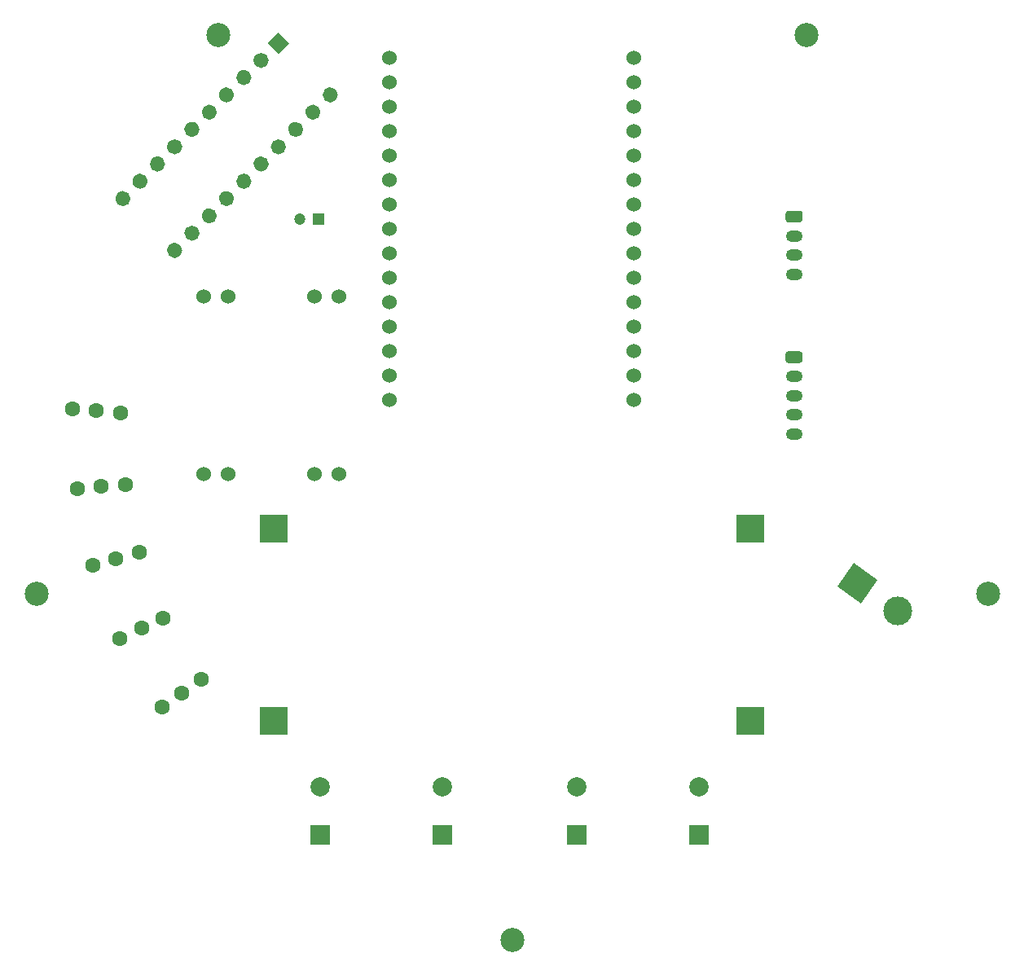
<source format=gbs>
%TF.GenerationSoftware,KiCad,Pcbnew,5.1.12*%
%TF.CreationDate,2021-12-20T13:43:48-07:00*%
%TF.ProjectId,claw,636c6177-2e6b-4696-9361-645f70636258,rev?*%
%TF.SameCoordinates,Original*%
%TF.FileFunction,Soldermask,Bot*%
%TF.FilePolarity,Negative*%
%FSLAX46Y46*%
G04 Gerber Fmt 4.6, Leading zero omitted, Abs format (unit mm)*
G04 Created by KiCad (PCBNEW 5.1.12) date 2021-12-20 13:43:48*
%MOMM*%
%LPD*%
G01*
G04 APERTURE LIST*
%ADD10C,2.500000*%
%ADD11C,0.100000*%
%ADD12C,1.524000*%
%ADD13C,1.600000*%
%ADD14R,3.000000X3.000000*%
%ADD15R,2.000000X2.000000*%
%ADD16C,2.000000*%
%ADD17C,3.000000*%
%ADD18R,1.200000X1.200000*%
%ADD19C,1.200000*%
%ADD20O,1.750000X1.200000*%
G04 APERTURE END LIST*
D10*
%TO.C,REF\u002A\u002A*%
X50545061Y-116068884D03*
%TD*%
%TO.C,REF\u002A\u002A*%
X69435167Y-57931116D03*
%TD*%
%TO.C,REF\u002A\u002A*%
X130564833Y-57931116D03*
%TD*%
%TO.C,REF\u002A\u002A*%
X149454939Y-116068884D03*
%TD*%
%TO.C,REF\u002A\u002A*%
X100000000Y-152000000D03*
%TD*%
D11*
%TO.C,U3*%
G36*
X74560629Y-58801000D02*
G01*
X75692000Y-57669629D01*
X76823371Y-58801000D01*
X75692000Y-59932371D01*
X74560629Y-58801000D01*
G37*
G36*
G01*
X64350008Y-79787930D02*
X64350008Y-79787930D01*
G75*
G02*
X65481378Y-79787930I565685J-565685D01*
G01*
X65481378Y-79787930D01*
G75*
G02*
X65481378Y-80919300I-565685J-565685D01*
G01*
X65481378Y-80919300D01*
G75*
G02*
X64350008Y-80919300I-565685J565685D01*
G01*
X64350008Y-80919300D01*
G75*
G02*
X64350008Y-79787930I565685J565685D01*
G01*
G37*
G36*
G01*
X73330264Y-60031366D02*
X73330264Y-60031366D01*
G75*
G02*
X74461634Y-60031366I565685J-565685D01*
G01*
X74461634Y-60031366D01*
G75*
G02*
X74461634Y-61162736I-565685J-565685D01*
G01*
X74461634Y-61162736D01*
G75*
G02*
X73330264Y-61162736I-565685J565685D01*
G01*
X73330264Y-61162736D01*
G75*
G02*
X73330264Y-60031366I565685J565685D01*
G01*
G37*
G36*
G01*
X66146059Y-77991878D02*
X66146059Y-77991878D01*
G75*
G02*
X67277429Y-77991878I565685J-565685D01*
G01*
X67277429Y-77991878D01*
G75*
G02*
X67277429Y-79123248I-565685J-565685D01*
G01*
X67277429Y-79123248D01*
G75*
G02*
X66146059Y-79123248I-565685J565685D01*
G01*
X66146059Y-79123248D01*
G75*
G02*
X66146059Y-77991878I565685J565685D01*
G01*
G37*
G36*
G01*
X71534213Y-61827417D02*
X71534213Y-61827417D01*
G75*
G02*
X72665583Y-61827417I565685J-565685D01*
G01*
X72665583Y-61827417D01*
G75*
G02*
X72665583Y-62958787I-565685J-565685D01*
G01*
X72665583Y-62958787D01*
G75*
G02*
X71534213Y-62958787I-565685J565685D01*
G01*
X71534213Y-62958787D01*
G75*
G02*
X71534213Y-61827417I565685J565685D01*
G01*
G37*
G36*
G01*
X67942110Y-76195827D02*
X67942110Y-76195827D01*
G75*
G02*
X69073480Y-76195827I565685J-565685D01*
G01*
X69073480Y-76195827D01*
G75*
G02*
X69073480Y-77327197I-565685J-565685D01*
G01*
X69073480Y-77327197D01*
G75*
G02*
X67942110Y-77327197I-565685J565685D01*
G01*
X67942110Y-77327197D01*
G75*
G02*
X67942110Y-76195827I565685J565685D01*
G01*
G37*
G36*
G01*
X69738161Y-63623469D02*
X69738161Y-63623469D01*
G75*
G02*
X70869531Y-63623469I565685J-565685D01*
G01*
X70869531Y-63623469D01*
G75*
G02*
X70869531Y-64754839I-565685J-565685D01*
G01*
X70869531Y-64754839D01*
G75*
G02*
X69738161Y-64754839I-565685J565685D01*
G01*
X69738161Y-64754839D01*
G75*
G02*
X69738161Y-63623469I565685J565685D01*
G01*
G37*
G36*
G01*
X69738161Y-74399776D02*
X69738161Y-74399776D01*
G75*
G02*
X70869531Y-74399776I565685J-565685D01*
G01*
X70869531Y-74399776D01*
G75*
G02*
X70869531Y-75531146I-565685J-565685D01*
G01*
X70869531Y-75531146D01*
G75*
G02*
X69738161Y-75531146I-565685J565685D01*
G01*
X69738161Y-75531146D01*
G75*
G02*
X69738161Y-74399776I565685J565685D01*
G01*
G37*
G36*
G01*
X67942110Y-65419520D02*
X67942110Y-65419520D01*
G75*
G02*
X69073480Y-65419520I565685J-565685D01*
G01*
X69073480Y-65419520D01*
G75*
G02*
X69073480Y-66550890I-565685J-565685D01*
G01*
X69073480Y-66550890D01*
G75*
G02*
X67942110Y-66550890I-565685J565685D01*
G01*
X67942110Y-66550890D01*
G75*
G02*
X67942110Y-65419520I565685J565685D01*
G01*
G37*
G36*
G01*
X71534213Y-72603725D02*
X71534213Y-72603725D01*
G75*
G02*
X72665583Y-72603725I565685J-565685D01*
G01*
X72665583Y-72603725D01*
G75*
G02*
X72665583Y-73735095I-565685J-565685D01*
G01*
X72665583Y-73735095D01*
G75*
G02*
X71534213Y-73735095I-565685J565685D01*
G01*
X71534213Y-73735095D01*
G75*
G02*
X71534213Y-72603725I565685J565685D01*
G01*
G37*
G36*
G01*
X66146059Y-67215571D02*
X66146059Y-67215571D01*
G75*
G02*
X67277429Y-67215571I565685J-565685D01*
G01*
X67277429Y-67215571D01*
G75*
G02*
X67277429Y-68346941I-565685J-565685D01*
G01*
X67277429Y-68346941D01*
G75*
G02*
X66146059Y-68346941I-565685J565685D01*
G01*
X66146059Y-68346941D01*
G75*
G02*
X66146059Y-67215571I565685J565685D01*
G01*
G37*
G36*
G01*
X73330264Y-70807674D02*
X73330264Y-70807674D01*
G75*
G02*
X74461634Y-70807674I565685J-565685D01*
G01*
X74461634Y-70807674D01*
G75*
G02*
X74461634Y-71939044I-565685J-565685D01*
G01*
X74461634Y-71939044D01*
G75*
G02*
X73330264Y-71939044I-565685J565685D01*
G01*
X73330264Y-71939044D01*
G75*
G02*
X73330264Y-70807674I565685J565685D01*
G01*
G37*
G36*
G01*
X64350008Y-69011622D02*
X64350008Y-69011622D01*
G75*
G02*
X65481378Y-69011622I565685J-565685D01*
G01*
X65481378Y-69011622D01*
G75*
G02*
X65481378Y-70142992I-565685J-565685D01*
G01*
X65481378Y-70142992D01*
G75*
G02*
X64350008Y-70142992I-565685J565685D01*
G01*
X64350008Y-70142992D01*
G75*
G02*
X64350008Y-69011622I565685J565685D01*
G01*
G37*
G36*
G01*
X75126315Y-69011622D02*
X75126315Y-69011622D01*
G75*
G02*
X76257685Y-69011622I565685J-565685D01*
G01*
X76257685Y-69011622D01*
G75*
G02*
X76257685Y-70142992I-565685J-565685D01*
G01*
X76257685Y-70142992D01*
G75*
G02*
X75126315Y-70142992I-565685J565685D01*
G01*
X75126315Y-70142992D01*
G75*
G02*
X75126315Y-69011622I565685J565685D01*
G01*
G37*
G36*
G01*
X62553956Y-70807674D02*
X62553956Y-70807674D01*
G75*
G02*
X63685326Y-70807674I565685J-565685D01*
G01*
X63685326Y-70807674D01*
G75*
G02*
X63685326Y-71939044I-565685J-565685D01*
G01*
X63685326Y-71939044D01*
G75*
G02*
X62553956Y-71939044I-565685J565685D01*
G01*
X62553956Y-71939044D01*
G75*
G02*
X62553956Y-70807674I565685J565685D01*
G01*
G37*
G36*
G01*
X76922366Y-67215571D02*
X76922366Y-67215571D01*
G75*
G02*
X78053736Y-67215571I565685J-565685D01*
G01*
X78053736Y-67215571D01*
G75*
G02*
X78053736Y-68346941I-565685J-565685D01*
G01*
X78053736Y-68346941D01*
G75*
G02*
X76922366Y-68346941I-565685J565685D01*
G01*
X76922366Y-68346941D01*
G75*
G02*
X76922366Y-67215571I565685J565685D01*
G01*
G37*
G36*
G01*
X60757905Y-72603725D02*
X60757905Y-72603725D01*
G75*
G02*
X61889275Y-72603725I565685J-565685D01*
G01*
X61889275Y-72603725D01*
G75*
G02*
X61889275Y-73735095I-565685J-565685D01*
G01*
X61889275Y-73735095D01*
G75*
G02*
X60757905Y-73735095I-565685J565685D01*
G01*
X60757905Y-73735095D01*
G75*
G02*
X60757905Y-72603725I565685J565685D01*
G01*
G37*
G36*
G01*
X78718417Y-65419520D02*
X78718417Y-65419520D01*
G75*
G02*
X79849787Y-65419520I565685J-565685D01*
G01*
X79849787Y-65419520D01*
G75*
G02*
X79849787Y-66550890I-565685J-565685D01*
G01*
X79849787Y-66550890D01*
G75*
G02*
X78718417Y-66550890I-565685J565685D01*
G01*
X78718417Y-66550890D01*
G75*
G02*
X78718417Y-65419520I565685J565685D01*
G01*
G37*
G36*
G01*
X58961854Y-74399776D02*
X58961854Y-74399776D01*
G75*
G02*
X60093224Y-74399776I565685J-565685D01*
G01*
X60093224Y-74399776D01*
G75*
G02*
X60093224Y-75531146I-565685J-565685D01*
G01*
X60093224Y-75531146D01*
G75*
G02*
X58961854Y-75531146I-565685J565685D01*
G01*
X58961854Y-75531146D01*
G75*
G02*
X58961854Y-74399776I565685J565685D01*
G01*
G37*
G36*
G01*
X80514469Y-63623469D02*
X80514469Y-63623469D01*
G75*
G02*
X81645839Y-63623469I565685J-565685D01*
G01*
X81645839Y-63623469D01*
G75*
G02*
X81645839Y-64754839I-565685J-565685D01*
G01*
X81645839Y-64754839D01*
G75*
G02*
X80514469Y-64754839I-565685J565685D01*
G01*
X80514469Y-64754839D01*
G75*
G02*
X80514469Y-63623469I565685J565685D01*
G01*
G37*
%TD*%
D12*
%TO.C,U1*%
X87249000Y-60325000D03*
X87249000Y-62865000D03*
X87249000Y-65405000D03*
X87249000Y-67945000D03*
X87249000Y-70485000D03*
X87249000Y-73025000D03*
X87249000Y-75565000D03*
X87249000Y-78105000D03*
X87249000Y-80645000D03*
X87249000Y-83185000D03*
X87249000Y-85725000D03*
X87249000Y-88265000D03*
X87249000Y-90805000D03*
X87249000Y-93345000D03*
X87249000Y-95885000D03*
X112649000Y-95885000D03*
X112649000Y-93345000D03*
X112649000Y-90805000D03*
X112649000Y-88265000D03*
X112649000Y-85725000D03*
X112649000Y-83185000D03*
X112649000Y-80645000D03*
X112649000Y-78105000D03*
X112649000Y-75565000D03*
X112649000Y-73025000D03*
X112649000Y-70485000D03*
X112649000Y-67945000D03*
X112649000Y-65405000D03*
X112649000Y-62865000D03*
X112649000Y-60325000D03*
%TD*%
D13*
%TO.C,J1*%
X67706880Y-124931059D03*
X65659000Y-126365000D03*
X63611120Y-127798941D03*
%TD*%
%TO.C,J2*%
X59202231Y-120690546D03*
X61468000Y-119634000D03*
X63733769Y-118577454D03*
%TD*%
%TO.C,J3*%
X61215815Y-111747952D03*
X58801000Y-112395000D03*
X56386185Y-113042048D03*
%TD*%
%TO.C,J4*%
X54786513Y-105119889D03*
X57277000Y-104902000D03*
X59767487Y-104684111D03*
%TD*%
%TO.C,J5*%
X59259487Y-97245889D03*
X56769000Y-97028000D03*
X54278513Y-96810111D03*
%TD*%
D12*
%TO.C,A1*%
X67945000Y-103632000D03*
X70485000Y-103632000D03*
X79445000Y-103632000D03*
X81945000Y-103632000D03*
X67945000Y-85132000D03*
X81945000Y-85132000D03*
X70485000Y-85132000D03*
X79445000Y-85132000D03*
%TD*%
D14*
%TO.C,A2*%
X124699000Y-129253000D03*
X75199000Y-129253000D03*
X124699000Y-109253000D03*
X75199000Y-109253000D03*
%TD*%
D15*
%TO.C,C3*%
X80010000Y-141097000D03*
D16*
X80010000Y-136097000D03*
%TD*%
%TO.C,C4*%
X92710000Y-136097000D03*
D15*
X92710000Y-141097000D03*
%TD*%
%TO.C,C5*%
X106680000Y-141097000D03*
D16*
X106680000Y-136097000D03*
%TD*%
%TO.C,C6*%
X119380000Y-136097000D03*
D15*
X119380000Y-141097000D03*
%TD*%
D11*
%TO.C,J6*%
G36*
X133800907Y-115303363D02*
G01*
X135521637Y-112845907D01*
X137979093Y-114566637D01*
X136258363Y-117024093D01*
X133800907Y-115303363D01*
G37*
D17*
X140051292Y-117848768D03*
%TD*%
D18*
%TO.C,C7*%
X79883000Y-77089000D03*
D19*
X77883000Y-77089000D03*
%TD*%
%TO.C,J7*%
G36*
G01*
X128660999Y-76235000D02*
X129911001Y-76235000D01*
G75*
G02*
X130161000Y-76484999I0J-249999D01*
G01*
X130161000Y-77185001D01*
G75*
G02*
X129911001Y-77435000I-249999J0D01*
G01*
X128660999Y-77435000D01*
G75*
G02*
X128411000Y-77185001I0J249999D01*
G01*
X128411000Y-76484999D01*
G75*
G02*
X128660999Y-76235000I249999J0D01*
G01*
G37*
D20*
X129286000Y-78835000D03*
X129286000Y-80835000D03*
X129286000Y-82835000D03*
%TD*%
%TO.C,J8*%
G36*
G01*
X128660999Y-90840000D02*
X129911001Y-90840000D01*
G75*
G02*
X130161000Y-91089999I0J-249999D01*
G01*
X130161000Y-91790001D01*
G75*
G02*
X129911001Y-92040000I-249999J0D01*
G01*
X128660999Y-92040000D01*
G75*
G02*
X128411000Y-91790001I0J249999D01*
G01*
X128411000Y-91089999D01*
G75*
G02*
X128660999Y-90840000I249999J0D01*
G01*
G37*
X129286000Y-93440000D03*
X129286000Y-95440000D03*
X129286000Y-97440000D03*
X129286000Y-99440000D03*
%TD*%
M02*

</source>
